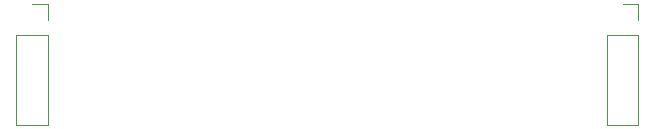
<source format=gto>
G04 #@! TF.GenerationSoftware,KiCad,Pcbnew,(5.1.5-0-10_14)*
G04 #@! TF.CreationDate,2019-12-20T13:26:01+08:00*
G04 #@! TF.ProjectId,tube-offset-2,74756265-2d6f-4666-9673-65742d322e6b,rev?*
G04 #@! TF.SameCoordinates,Original*
G04 #@! TF.FileFunction,Legend,Top*
G04 #@! TF.FilePolarity,Positive*
%FSLAX46Y46*%
G04 Gerber Fmt 4.6, Leading zero omitted, Abs format (unit mm)*
G04 Created by KiCad (PCBNEW (5.1.5-0-10_14)) date 2019-12-20 13:26:01*
%MOMM*%
%LPD*%
G04 APERTURE LIST*
%ADD10C,0.120000*%
G04 APERTURE END LIST*
D10*
X125000000Y-99795000D02*
X126330000Y-99795000D01*
X126330000Y-99795000D02*
X126330000Y-101125000D01*
X126330000Y-102395000D02*
X126330000Y-110075000D01*
X123670000Y-110075000D02*
X126330000Y-110075000D01*
X123670000Y-102395000D02*
X123670000Y-110075000D01*
X123670000Y-102395000D02*
X126330000Y-102395000D01*
X173670000Y-102395000D02*
X176330000Y-102395000D01*
X173670000Y-102395000D02*
X173670000Y-110075000D01*
X173670000Y-110075000D02*
X176330000Y-110075000D01*
X176330000Y-102395000D02*
X176330000Y-110075000D01*
X176330000Y-99795000D02*
X176330000Y-101125000D01*
X175000000Y-99795000D02*
X176330000Y-99795000D01*
M02*

</source>
